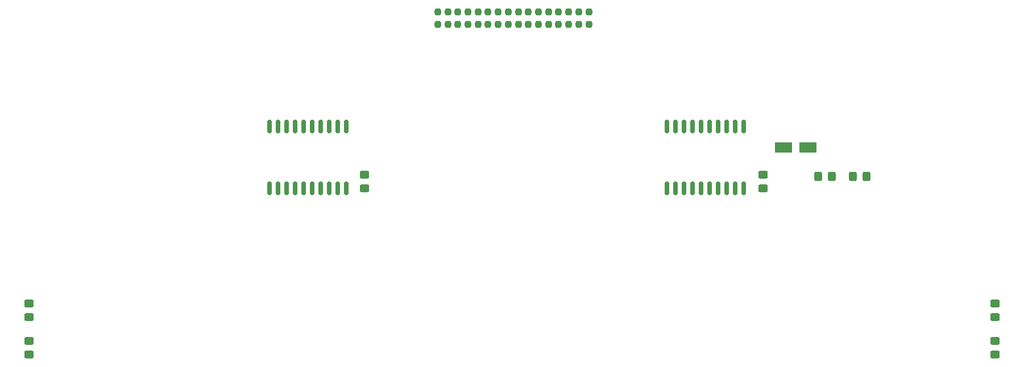
<source format=gbr>
%TF.GenerationSoftware,KiCad,Pcbnew,(6.0.5)*%
%TF.CreationDate,2022-06-05T14:52:11-04:00*%
%TF.ProjectId,PB_16,50425f31-362e-46b6-9963-61645f706362,v2*%
%TF.SameCoordinates,Original*%
%TF.FileFunction,Paste,Top*%
%TF.FilePolarity,Positive*%
%FSLAX46Y46*%
G04 Gerber Fmt 4.6, Leading zero omitted, Abs format (unit mm)*
G04 Created by KiCad (PCBNEW (6.0.5)) date 2022-06-05 14:52:11*
%MOMM*%
%LPD*%
G01*
G04 APERTURE LIST*
G04 Aperture macros list*
%AMRoundRect*
0 Rectangle with rounded corners*
0 $1 Rounding radius*
0 $2 $3 $4 $5 $6 $7 $8 $9 X,Y pos of 4 corners*
0 Add a 4 corners polygon primitive as box body*
4,1,4,$2,$3,$4,$5,$6,$7,$8,$9,$2,$3,0*
0 Add four circle primitives for the rounded corners*
1,1,$1+$1,$2,$3*
1,1,$1+$1,$4,$5*
1,1,$1+$1,$6,$7*
1,1,$1+$1,$8,$9*
0 Add four rect primitives between the rounded corners*
20,1,$1+$1,$2,$3,$4,$5,0*
20,1,$1+$1,$4,$5,$6,$7,0*
20,1,$1+$1,$6,$7,$8,$9,0*
20,1,$1+$1,$8,$9,$2,$3,0*%
G04 Aperture macros list end*
%ADD10RoundRect,0.249999X0.450001X-0.325001X0.450001X0.325001X-0.450001X0.325001X-0.450001X-0.325001X0*%
%ADD11RoundRect,0.249999X-0.450001X0.325001X-0.450001X-0.325001X0.450001X-0.325001X0.450001X0.325001X0*%
%ADD12RoundRect,0.249999X0.325001X0.450001X-0.325001X0.450001X-0.325001X-0.450001X0.325001X-0.450001X0*%
%ADD13RoundRect,0.150000X-0.150000X0.875000X-0.150000X-0.875000X0.150000X-0.875000X0.150000X0.875000X0*%
%ADD14RoundRect,0.237500X0.237500X-0.250000X0.237500X0.250000X-0.237500X0.250000X-0.237500X-0.250000X0*%
%ADD15RoundRect,0.250000X-1.050000X-0.550000X1.050000X-0.550000X1.050000X0.550000X-1.050000X0.550000X0*%
G04 APERTURE END LIST*
D10*
%TO.C,C2*%
X181901000Y-104642800D03*
X181901000Y-102592800D03*
%TD*%
%TO.C,C1*%
X122501000Y-104642800D03*
X122501000Y-102592800D03*
%TD*%
D11*
%TO.C,D3*%
X72601000Y-121806000D03*
X72601000Y-123856000D03*
%TD*%
%TO.C,R1*%
X72601000Y-127367000D03*
X72601000Y-129417000D03*
%TD*%
D12*
%TO.C,D5*%
X192126000Y-102817800D03*
X190076000Y-102817800D03*
%TD*%
%TO.C,R3*%
X197326000Y-102817800D03*
X195276000Y-102817800D03*
%TD*%
D11*
%TO.C,R2*%
X216401000Y-127367000D03*
X216401000Y-129417000D03*
%TD*%
%TO.C,D4*%
X216401000Y-121806000D03*
X216401000Y-123856000D03*
%TD*%
D13*
%TO.C,U2*%
X179016000Y-95367800D03*
X177746000Y-95367800D03*
X176476000Y-95367800D03*
X175206000Y-95367800D03*
X173936000Y-95367800D03*
X172666000Y-95367800D03*
X171396000Y-95367800D03*
X170126000Y-95367800D03*
X168856000Y-95367800D03*
X167586000Y-95367800D03*
X167586000Y-104667800D03*
X168856000Y-104667800D03*
X170126000Y-104667800D03*
X171396000Y-104667800D03*
X172666000Y-104667800D03*
X173936000Y-104667800D03*
X175206000Y-104667800D03*
X176476000Y-104667800D03*
X177746000Y-104667800D03*
X179016000Y-104667800D03*
%TD*%
%TO.C,U1*%
X119816000Y-95367800D03*
X118546000Y-95367800D03*
X117276000Y-95367800D03*
X116006000Y-95367800D03*
X114736000Y-95367800D03*
X113466000Y-95367800D03*
X112196000Y-95367800D03*
X110926000Y-95367800D03*
X109656000Y-95367800D03*
X108386000Y-95367800D03*
X108386000Y-104667800D03*
X109656000Y-104667800D03*
X110926000Y-104667800D03*
X112196000Y-104667800D03*
X113466000Y-104667800D03*
X114736000Y-104667800D03*
X116006000Y-104667800D03*
X117276000Y-104667800D03*
X118546000Y-104667800D03*
X119816000Y-104667800D03*
%TD*%
D14*
%TO.C,R14*%
X148451000Y-80130300D03*
X148451000Y-78305300D03*
%TD*%
%TO.C,R6*%
X136451000Y-80130300D03*
X136451000Y-78305300D03*
%TD*%
%TO.C,R5*%
X134951000Y-80130300D03*
X134951000Y-78305300D03*
%TD*%
%TO.C,R13*%
X146951000Y-80130300D03*
X146951000Y-78305300D03*
%TD*%
%TO.C,R16*%
X151451000Y-80130300D03*
X151451000Y-78305300D03*
%TD*%
%TO.C,R10*%
X142451000Y-80130300D03*
X142451000Y-78305300D03*
%TD*%
%TO.C,R9*%
X140951000Y-80130300D03*
X140951000Y-78305300D03*
%TD*%
%TO.C,R15*%
X149951000Y-80130300D03*
X149951000Y-78305300D03*
%TD*%
%TO.C,R7*%
X137951000Y-80130300D03*
X137951000Y-78305300D03*
%TD*%
%TO.C,R11*%
X143951000Y-80130300D03*
X143951000Y-78305300D03*
%TD*%
%TO.C,R17*%
X152951000Y-80130300D03*
X152951000Y-78305300D03*
%TD*%
%TO.C,R8*%
X139451000Y-80130300D03*
X139451000Y-78305300D03*
%TD*%
%TO.C,R19*%
X155951000Y-80130300D03*
X155951000Y-78305300D03*
%TD*%
D15*
%TO.C,C3*%
X184951000Y-98517800D03*
X188551000Y-98517800D03*
%TD*%
D14*
%TO.C,R4*%
X133451000Y-80130300D03*
X133451000Y-78305300D03*
%TD*%
%TO.C,R12*%
X145451000Y-80130300D03*
X145451000Y-78305300D03*
%TD*%
%TO.C,R18*%
X154451000Y-80130300D03*
X154451000Y-78305300D03*
%TD*%
M02*

</source>
